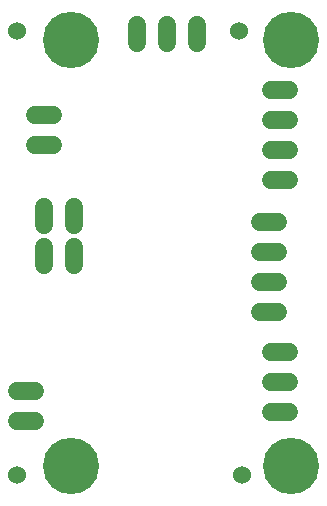
<source format=gbr>
G04 EAGLE Gerber X2 export*
%TF.Part,Single*%
%TF.FileFunction,Copper,L2,Bot,Mixed*%
%TF.FilePolarity,Positive*%
%TF.GenerationSoftware,Autodesk,EAGLE,9.7.0*%
%TF.CreationDate,2022-05-12T22:10:33Z*%
G75*
%MOMM*%
%FSLAX46Y46*%
%LPD*%
%INBottom Copper*%
%AMOC8*
5,1,8,0,0,1.08239X$1,22.5*%
G01*
G04 Define Apertures*
%ADD10C,1.524000*%
%ADD11C,1.524000*%
%ADD12C,4.762500*%
D10*
X21336000Y2286000D03*
X2286000Y2286000D03*
X21082000Y39878000D03*
X2286000Y39878000D03*
D11*
X3810000Y32766000D02*
X5334000Y32766000D01*
X5334000Y30226000D02*
X3810000Y30226000D01*
D12*
X25527000Y39116000D03*
X25527000Y3048000D03*
X6858000Y39116000D03*
X6858000Y3048000D03*
D11*
X4572000Y20066000D02*
X4572000Y21590000D01*
X7112000Y21590000D02*
X7112000Y20066000D01*
X4572000Y23414000D02*
X4572000Y24938000D01*
X7112000Y24938000D02*
X7112000Y23414000D01*
X17526000Y38856100D02*
X17526000Y40380100D01*
X14986000Y40380100D02*
X14986000Y38856100D01*
X12446000Y38856100D02*
X12446000Y40380100D01*
X3810000Y6858000D02*
X2286000Y6858000D01*
X2286000Y9398000D02*
X3810000Y9398000D01*
X22860000Y16056000D02*
X24384000Y16056000D01*
X24384000Y18596000D02*
X22860000Y18596000D01*
X22860000Y21136000D02*
X24384000Y21136000D01*
X24384000Y23676000D02*
X22860000Y23676000D01*
X23839000Y7620000D02*
X25363000Y7620000D01*
X25363000Y10160000D02*
X23839000Y10160000D01*
X23839000Y12700000D02*
X25363000Y12700000D01*
X25363000Y34852000D02*
X23839000Y34852000D01*
X23839000Y32312000D02*
X25363000Y32312000D01*
X25363000Y29772000D02*
X23839000Y29772000D01*
X23839000Y27232000D02*
X25363000Y27232000D01*
M02*

</source>
